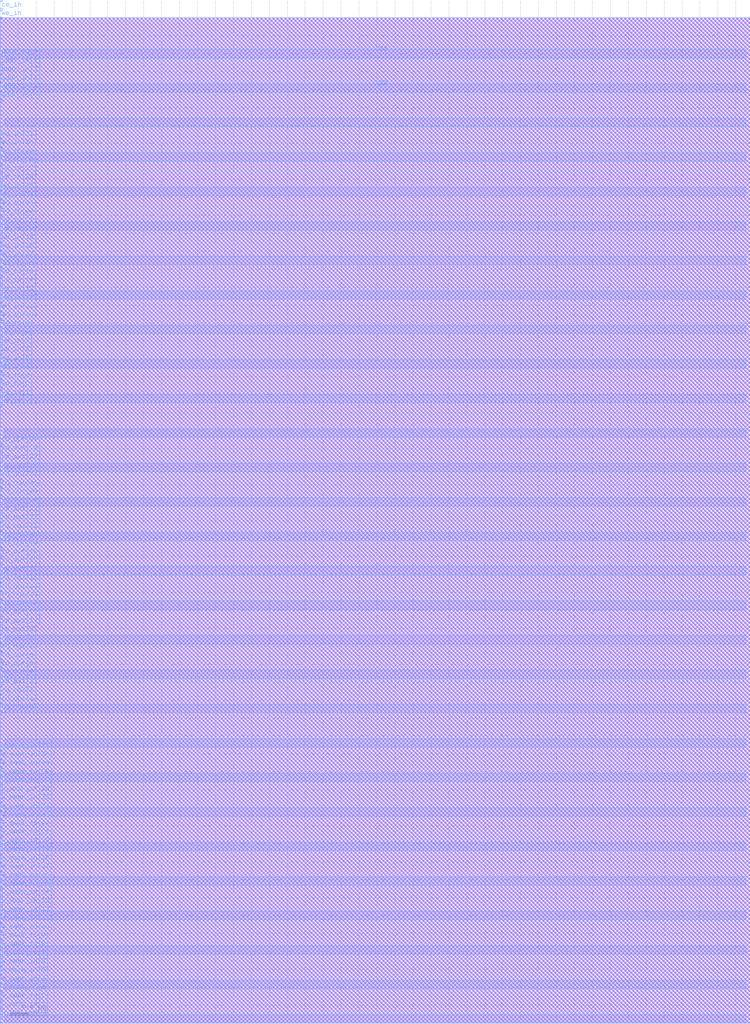
<source format=lef>
# Generated by FakeRAM 2.0
VERSION 5.7 ;
BUSBITCHARS "[]" ;
PROPERTYDEFINITIONS
  MACRO width INTEGER ;
  MACRO depth INTEGER ;
  MACRO banks INTEGER ;
END PROPERTYDEFINITIONS
MACRO fakeram7_64x32
  PROPERTY width 32 ;
  PROPERTY depth 64 ;
  PROPERTY banks 2 ;
  FOREIGN fakeram7_64x32 0 0 ;
  SYMMETRY X Y R90 ;
  SIZE 8.360 BY 11.200 ;
  CLASS BLOCK ;
  PIN w_mask_in[0]
    DIRECTION INPUT ;
    USE SIGNAL ;
    SHAPE ABUTMENT ;
    PORT
      LAYER M4 ;
      RECT 0.000 0.048 0.024 0.072 ;
    END
  END w_mask_in[0]
  PIN w_mask_in[1]
    DIRECTION INPUT ;
    USE SIGNAL ;
    SHAPE ABUTMENT ;
    PORT
      LAYER M4 ;
      RECT 0.000 0.144 0.024 0.168 ;
    END
  END w_mask_in[1]
  PIN w_mask_in[2]
    DIRECTION INPUT ;
    USE SIGNAL ;
    SHAPE ABUTMENT ;
    PORT
      LAYER M4 ;
      RECT 0.000 0.240 0.024 0.264 ;
    END
  END w_mask_in[2]
  PIN w_mask_in[3]
    DIRECTION INPUT ;
    USE SIGNAL ;
    SHAPE ABUTMENT ;
    PORT
      LAYER M4 ;
      RECT 0.000 0.336 0.024 0.360 ;
    END
  END w_mask_in[3]
  PIN w_mask_in[4]
    DIRECTION INPUT ;
    USE SIGNAL ;
    SHAPE ABUTMENT ;
    PORT
      LAYER M4 ;
      RECT 0.000 0.432 0.024 0.456 ;
    END
  END w_mask_in[4]
  PIN w_mask_in[5]
    DIRECTION INPUT ;
    USE SIGNAL ;
    SHAPE ABUTMENT ;
    PORT
      LAYER M4 ;
      RECT 0.000 0.528 0.024 0.552 ;
    END
  END w_mask_in[5]
  PIN w_mask_in[6]
    DIRECTION INPUT ;
    USE SIGNAL ;
    SHAPE ABUTMENT ;
    PORT
      LAYER M4 ;
      RECT 0.000 0.624 0.024 0.648 ;
    END
  END w_mask_in[6]
  PIN w_mask_in[7]
    DIRECTION INPUT ;
    USE SIGNAL ;
    SHAPE ABUTMENT ;
    PORT
      LAYER M4 ;
      RECT 0.000 0.720 0.024 0.744 ;
    END
  END w_mask_in[7]
  PIN w_mask_in[8]
    DIRECTION INPUT ;
    USE SIGNAL ;
    SHAPE ABUTMENT ;
    PORT
      LAYER M4 ;
      RECT 0.000 0.816 0.024 0.840 ;
    END
  END w_mask_in[8]
  PIN w_mask_in[9]
    DIRECTION INPUT ;
    USE SIGNAL ;
    SHAPE ABUTMENT ;
    PORT
      LAYER M4 ;
      RECT 0.000 0.912 0.024 0.936 ;
    END
  END w_mask_in[9]
  PIN w_mask_in[10]
    DIRECTION INPUT ;
    USE SIGNAL ;
    SHAPE ABUTMENT ;
    PORT
      LAYER M4 ;
      RECT 0.000 1.008 0.024 1.032 ;
    END
  END w_mask_in[10]
  PIN w_mask_in[11]
    DIRECTION INPUT ;
    USE SIGNAL ;
    SHAPE ABUTMENT ;
    PORT
      LAYER M4 ;
      RECT 0.000 1.104 0.024 1.128 ;
    END
  END w_mask_in[11]
  PIN w_mask_in[12]
    DIRECTION INPUT ;
    USE SIGNAL ;
    SHAPE ABUTMENT ;
    PORT
      LAYER M4 ;
      RECT 0.000 1.200 0.024 1.224 ;
    END
  END w_mask_in[12]
  PIN w_mask_in[13]
    DIRECTION INPUT ;
    USE SIGNAL ;
    SHAPE ABUTMENT ;
    PORT
      LAYER M4 ;
      RECT 0.000 1.296 0.024 1.320 ;
    END
  END w_mask_in[13]
  PIN w_mask_in[14]
    DIRECTION INPUT ;
    USE SIGNAL ;
    SHAPE ABUTMENT ;
    PORT
      LAYER M4 ;
      RECT 0.000 1.392 0.024 1.416 ;
    END
  END w_mask_in[14]
  PIN w_mask_in[15]
    DIRECTION INPUT ;
    USE SIGNAL ;
    SHAPE ABUTMENT ;
    PORT
      LAYER M4 ;
      RECT 0.000 1.488 0.024 1.512 ;
    END
  END w_mask_in[15]
  PIN w_mask_in[16]
    DIRECTION INPUT ;
    USE SIGNAL ;
    SHAPE ABUTMENT ;
    PORT
      LAYER M4 ;
      RECT 0.000 1.584 0.024 1.608 ;
    END
  END w_mask_in[16]
  PIN w_mask_in[17]
    DIRECTION INPUT ;
    USE SIGNAL ;
    SHAPE ABUTMENT ;
    PORT
      LAYER M4 ;
      RECT 0.000 1.680 0.024 1.704 ;
    END
  END w_mask_in[17]
  PIN w_mask_in[18]
    DIRECTION INPUT ;
    USE SIGNAL ;
    SHAPE ABUTMENT ;
    PORT
      LAYER M4 ;
      RECT 0.000 1.776 0.024 1.800 ;
    END
  END w_mask_in[18]
  PIN w_mask_in[19]
    DIRECTION INPUT ;
    USE SIGNAL ;
    SHAPE ABUTMENT ;
    PORT
      LAYER M4 ;
      RECT 0.000 1.872 0.024 1.896 ;
    END
  END w_mask_in[19]
  PIN w_mask_in[20]
    DIRECTION INPUT ;
    USE SIGNAL ;
    SHAPE ABUTMENT ;
    PORT
      LAYER M4 ;
      RECT 0.000 1.968 0.024 1.992 ;
    END
  END w_mask_in[20]
  PIN w_mask_in[21]
    DIRECTION INPUT ;
    USE SIGNAL ;
    SHAPE ABUTMENT ;
    PORT
      LAYER M4 ;
      RECT 0.000 2.064 0.024 2.088 ;
    END
  END w_mask_in[21]
  PIN w_mask_in[22]
    DIRECTION INPUT ;
    USE SIGNAL ;
    SHAPE ABUTMENT ;
    PORT
      LAYER M4 ;
      RECT 0.000 2.160 0.024 2.184 ;
    END
  END w_mask_in[22]
  PIN w_mask_in[23]
    DIRECTION INPUT ;
    USE SIGNAL ;
    SHAPE ABUTMENT ;
    PORT
      LAYER M4 ;
      RECT 0.000 2.256 0.024 2.280 ;
    END
  END w_mask_in[23]
  PIN w_mask_in[24]
    DIRECTION INPUT ;
    USE SIGNAL ;
    SHAPE ABUTMENT ;
    PORT
      LAYER M4 ;
      RECT 0.000 2.352 0.024 2.376 ;
    END
  END w_mask_in[24]
  PIN w_mask_in[25]
    DIRECTION INPUT ;
    USE SIGNAL ;
    SHAPE ABUTMENT ;
    PORT
      LAYER M4 ;
      RECT 0.000 2.448 0.024 2.472 ;
    END
  END w_mask_in[25]
  PIN w_mask_in[26]
    DIRECTION INPUT ;
    USE SIGNAL ;
    SHAPE ABUTMENT ;
    PORT
      LAYER M4 ;
      RECT 0.000 2.544 0.024 2.568 ;
    END
  END w_mask_in[26]
  PIN w_mask_in[27]
    DIRECTION INPUT ;
    USE SIGNAL ;
    SHAPE ABUTMENT ;
    PORT
      LAYER M4 ;
      RECT 0.000 2.640 0.024 2.664 ;
    END
  END w_mask_in[27]
  PIN w_mask_in[28]
    DIRECTION INPUT ;
    USE SIGNAL ;
    SHAPE ABUTMENT ;
    PORT
      LAYER M4 ;
      RECT 0.000 2.736 0.024 2.760 ;
    END
  END w_mask_in[28]
  PIN w_mask_in[29]
    DIRECTION INPUT ;
    USE SIGNAL ;
    SHAPE ABUTMENT ;
    PORT
      LAYER M4 ;
      RECT 0.000 2.832 0.024 2.856 ;
    END
  END w_mask_in[29]
  PIN w_mask_in[30]
    DIRECTION INPUT ;
    USE SIGNAL ;
    SHAPE ABUTMENT ;
    PORT
      LAYER M4 ;
      RECT 0.000 2.928 0.024 2.952 ;
    END
  END w_mask_in[30]
  PIN w_mask_in[31]
    DIRECTION INPUT ;
    USE SIGNAL ;
    SHAPE ABUTMENT ;
    PORT
      LAYER M4 ;
      RECT 0.000 3.024 0.024 3.048 ;
    END
  END w_mask_in[31]
  PIN rd_out[0]
    DIRECTION OUTPUT ;
    USE SIGNAL ;
    SHAPE ABUTMENT ;
    PORT
      LAYER M4 ;
      RECT 0.000 3.456 0.024 3.480 ;
    END
  END rd_out[0]
  PIN rd_out[1]
    DIRECTION OUTPUT ;
    USE SIGNAL ;
    SHAPE ABUTMENT ;
    PORT
      LAYER M4 ;
      RECT 0.000 3.552 0.024 3.576 ;
    END
  END rd_out[1]
  PIN rd_out[2]
    DIRECTION OUTPUT ;
    USE SIGNAL ;
    SHAPE ABUTMENT ;
    PORT
      LAYER M4 ;
      RECT 0.000 3.648 0.024 3.672 ;
    END
  END rd_out[2]
  PIN rd_out[3]
    DIRECTION OUTPUT ;
    USE SIGNAL ;
    SHAPE ABUTMENT ;
    PORT
      LAYER M4 ;
      RECT 0.000 3.744 0.024 3.768 ;
    END
  END rd_out[3]
  PIN rd_out[4]
    DIRECTION OUTPUT ;
    USE SIGNAL ;
    SHAPE ABUTMENT ;
    PORT
      LAYER M4 ;
      RECT 0.000 3.840 0.024 3.864 ;
    END
  END rd_out[4]
  PIN rd_out[5]
    DIRECTION OUTPUT ;
    USE SIGNAL ;
    SHAPE ABUTMENT ;
    PORT
      LAYER M4 ;
      RECT 0.000 3.936 0.024 3.960 ;
    END
  END rd_out[5]
  PIN rd_out[6]
    DIRECTION OUTPUT ;
    USE SIGNAL ;
    SHAPE ABUTMENT ;
    PORT
      LAYER M4 ;
      RECT 0.000 4.032 0.024 4.056 ;
    END
  END rd_out[6]
  PIN rd_out[7]
    DIRECTION OUTPUT ;
    USE SIGNAL ;
    SHAPE ABUTMENT ;
    PORT
      LAYER M4 ;
      RECT 0.000 4.128 0.024 4.152 ;
    END
  END rd_out[7]
  PIN rd_out[8]
    DIRECTION OUTPUT ;
    USE SIGNAL ;
    SHAPE ABUTMENT ;
    PORT
      LAYER M4 ;
      RECT 0.000 4.224 0.024 4.248 ;
    END
  END rd_out[8]
  PIN rd_out[9]
    DIRECTION OUTPUT ;
    USE SIGNAL ;
    SHAPE ABUTMENT ;
    PORT
      LAYER M4 ;
      RECT 0.000 4.320 0.024 4.344 ;
    END
  END rd_out[9]
  PIN rd_out[10]
    DIRECTION OUTPUT ;
    USE SIGNAL ;
    SHAPE ABUTMENT ;
    PORT
      LAYER M4 ;
      RECT 0.000 4.416 0.024 4.440 ;
    END
  END rd_out[10]
  PIN rd_out[11]
    DIRECTION OUTPUT ;
    USE SIGNAL ;
    SHAPE ABUTMENT ;
    PORT
      LAYER M4 ;
      RECT 0.000 4.512 0.024 4.536 ;
    END
  END rd_out[11]
  PIN rd_out[12]
    DIRECTION OUTPUT ;
    USE SIGNAL ;
    SHAPE ABUTMENT ;
    PORT
      LAYER M4 ;
      RECT 0.000 4.608 0.024 4.632 ;
    END
  END rd_out[12]
  PIN rd_out[13]
    DIRECTION OUTPUT ;
    USE SIGNAL ;
    SHAPE ABUTMENT ;
    PORT
      LAYER M4 ;
      RECT 0.000 4.704 0.024 4.728 ;
    END
  END rd_out[13]
  PIN rd_out[14]
    DIRECTION OUTPUT ;
    USE SIGNAL ;
    SHAPE ABUTMENT ;
    PORT
      LAYER M4 ;
      RECT 0.000 4.800 0.024 4.824 ;
    END
  END rd_out[14]
  PIN rd_out[15]
    DIRECTION OUTPUT ;
    USE SIGNAL ;
    SHAPE ABUTMENT ;
    PORT
      LAYER M4 ;
      RECT 0.000 4.896 0.024 4.920 ;
    END
  END rd_out[15]
  PIN rd_out[16]
    DIRECTION OUTPUT ;
    USE SIGNAL ;
    SHAPE ABUTMENT ;
    PORT
      LAYER M4 ;
      RECT 0.000 4.992 0.024 5.016 ;
    END
  END rd_out[16]
  PIN rd_out[17]
    DIRECTION OUTPUT ;
    USE SIGNAL ;
    SHAPE ABUTMENT ;
    PORT
      LAYER M4 ;
      RECT 0.000 5.088 0.024 5.112 ;
    END
  END rd_out[17]
  PIN rd_out[18]
    DIRECTION OUTPUT ;
    USE SIGNAL ;
    SHAPE ABUTMENT ;
    PORT
      LAYER M4 ;
      RECT 0.000 5.184 0.024 5.208 ;
    END
  END rd_out[18]
  PIN rd_out[19]
    DIRECTION OUTPUT ;
    USE SIGNAL ;
    SHAPE ABUTMENT ;
    PORT
      LAYER M4 ;
      RECT 0.000 5.280 0.024 5.304 ;
    END
  END rd_out[19]
  PIN rd_out[20]
    DIRECTION OUTPUT ;
    USE SIGNAL ;
    SHAPE ABUTMENT ;
    PORT
      LAYER M4 ;
      RECT 0.000 5.376 0.024 5.400 ;
    END
  END rd_out[20]
  PIN rd_out[21]
    DIRECTION OUTPUT ;
    USE SIGNAL ;
    SHAPE ABUTMENT ;
    PORT
      LAYER M4 ;
      RECT 0.000 5.472 0.024 5.496 ;
    END
  END rd_out[21]
  PIN rd_out[22]
    DIRECTION OUTPUT ;
    USE SIGNAL ;
    SHAPE ABUTMENT ;
    PORT
      LAYER M4 ;
      RECT 0.000 5.568 0.024 5.592 ;
    END
  END rd_out[22]
  PIN rd_out[23]
    DIRECTION OUTPUT ;
    USE SIGNAL ;
    SHAPE ABUTMENT ;
    PORT
      LAYER M4 ;
      RECT 0.000 5.664 0.024 5.688 ;
    END
  END rd_out[23]
  PIN rd_out[24]
    DIRECTION OUTPUT ;
    USE SIGNAL ;
    SHAPE ABUTMENT ;
    PORT
      LAYER M4 ;
      RECT 0.000 5.760 0.024 5.784 ;
    END
  END rd_out[24]
  PIN rd_out[25]
    DIRECTION OUTPUT ;
    USE SIGNAL ;
    SHAPE ABUTMENT ;
    PORT
      LAYER M4 ;
      RECT 0.000 5.856 0.024 5.880 ;
    END
  END rd_out[25]
  PIN rd_out[26]
    DIRECTION OUTPUT ;
    USE SIGNAL ;
    SHAPE ABUTMENT ;
    PORT
      LAYER M4 ;
      RECT 0.000 5.952 0.024 5.976 ;
    END
  END rd_out[26]
  PIN rd_out[27]
    DIRECTION OUTPUT ;
    USE SIGNAL ;
    SHAPE ABUTMENT ;
    PORT
      LAYER M4 ;
      RECT 0.000 6.048 0.024 6.072 ;
    END
  END rd_out[27]
  PIN rd_out[28]
    DIRECTION OUTPUT ;
    USE SIGNAL ;
    SHAPE ABUTMENT ;
    PORT
      LAYER M4 ;
      RECT 0.000 6.144 0.024 6.168 ;
    END
  END rd_out[28]
  PIN rd_out[29]
    DIRECTION OUTPUT ;
    USE SIGNAL ;
    SHAPE ABUTMENT ;
    PORT
      LAYER M4 ;
      RECT 0.000 6.240 0.024 6.264 ;
    END
  END rd_out[29]
  PIN rd_out[30]
    DIRECTION OUTPUT ;
    USE SIGNAL ;
    SHAPE ABUTMENT ;
    PORT
      LAYER M4 ;
      RECT 0.000 6.336 0.024 6.360 ;
    END
  END rd_out[30]
  PIN rd_out[31]
    DIRECTION OUTPUT ;
    USE SIGNAL ;
    SHAPE ABUTMENT ;
    PORT
      LAYER M4 ;
      RECT 0.000 6.432 0.024 6.456 ;
    END
  END rd_out[31]
  PIN wd_in[0]
    DIRECTION INPUT ;
    USE SIGNAL ;
    SHAPE ABUTMENT ;
    PORT
      LAYER M4 ;
      RECT 0.000 6.864 0.024 6.888 ;
    END
  END wd_in[0]
  PIN wd_in[1]
    DIRECTION INPUT ;
    USE SIGNAL ;
    SHAPE ABUTMENT ;
    PORT
      LAYER M4 ;
      RECT 0.000 6.960 0.024 6.984 ;
    END
  END wd_in[1]
  PIN wd_in[2]
    DIRECTION INPUT ;
    USE SIGNAL ;
    SHAPE ABUTMENT ;
    PORT
      LAYER M4 ;
      RECT 0.000 7.056 0.024 7.080 ;
    END
  END wd_in[2]
  PIN wd_in[3]
    DIRECTION INPUT ;
    USE SIGNAL ;
    SHAPE ABUTMENT ;
    PORT
      LAYER M4 ;
      RECT 0.000 7.152 0.024 7.176 ;
    END
  END wd_in[3]
  PIN wd_in[4]
    DIRECTION INPUT ;
    USE SIGNAL ;
    SHAPE ABUTMENT ;
    PORT
      LAYER M4 ;
      RECT 0.000 7.248 0.024 7.272 ;
    END
  END wd_in[4]
  PIN wd_in[5]
    DIRECTION INPUT ;
    USE SIGNAL ;
    SHAPE ABUTMENT ;
    PORT
      LAYER M4 ;
      RECT 0.000 7.344 0.024 7.368 ;
    END
  END wd_in[5]
  PIN wd_in[6]
    DIRECTION INPUT ;
    USE SIGNAL ;
    SHAPE ABUTMENT ;
    PORT
      LAYER M4 ;
      RECT 0.000 7.440 0.024 7.464 ;
    END
  END wd_in[6]
  PIN wd_in[7]
    DIRECTION INPUT ;
    USE SIGNAL ;
    SHAPE ABUTMENT ;
    PORT
      LAYER M4 ;
      RECT 0.000 7.536 0.024 7.560 ;
    END
  END wd_in[7]
  PIN wd_in[8]
    DIRECTION INPUT ;
    USE SIGNAL ;
    SHAPE ABUTMENT ;
    PORT
      LAYER M4 ;
      RECT 0.000 7.632 0.024 7.656 ;
    END
  END wd_in[8]
  PIN wd_in[9]
    DIRECTION INPUT ;
    USE SIGNAL ;
    SHAPE ABUTMENT ;
    PORT
      LAYER M4 ;
      RECT 0.000 7.728 0.024 7.752 ;
    END
  END wd_in[9]
  PIN wd_in[10]
    DIRECTION INPUT ;
    USE SIGNAL ;
    SHAPE ABUTMENT ;
    PORT
      LAYER M4 ;
      RECT 0.000 7.824 0.024 7.848 ;
    END
  END wd_in[10]
  PIN wd_in[11]
    DIRECTION INPUT ;
    USE SIGNAL ;
    SHAPE ABUTMENT ;
    PORT
      LAYER M4 ;
      RECT 0.000 7.920 0.024 7.944 ;
    END
  END wd_in[11]
  PIN wd_in[12]
    DIRECTION INPUT ;
    USE SIGNAL ;
    SHAPE ABUTMENT ;
    PORT
      LAYER M4 ;
      RECT 0.000 8.016 0.024 8.040 ;
    END
  END wd_in[12]
  PIN wd_in[13]
    DIRECTION INPUT ;
    USE SIGNAL ;
    SHAPE ABUTMENT ;
    PORT
      LAYER M4 ;
      RECT 0.000 8.112 0.024 8.136 ;
    END
  END wd_in[13]
  PIN wd_in[14]
    DIRECTION INPUT ;
    USE SIGNAL ;
    SHAPE ABUTMENT ;
    PORT
      LAYER M4 ;
      RECT 0.000 8.208 0.024 8.232 ;
    END
  END wd_in[14]
  PIN wd_in[15]
    DIRECTION INPUT ;
    USE SIGNAL ;
    SHAPE ABUTMENT ;
    PORT
      LAYER M4 ;
      RECT 0.000 8.304 0.024 8.328 ;
    END
  END wd_in[15]
  PIN wd_in[16]
    DIRECTION INPUT ;
    USE SIGNAL ;
    SHAPE ABUTMENT ;
    PORT
      LAYER M4 ;
      RECT 0.000 8.400 0.024 8.424 ;
    END
  END wd_in[16]
  PIN wd_in[17]
    DIRECTION INPUT ;
    USE SIGNAL ;
    SHAPE ABUTMENT ;
    PORT
      LAYER M4 ;
      RECT 0.000 8.496 0.024 8.520 ;
    END
  END wd_in[17]
  PIN wd_in[18]
    DIRECTION INPUT ;
    USE SIGNAL ;
    SHAPE ABUTMENT ;
    PORT
      LAYER M4 ;
      RECT 0.000 8.592 0.024 8.616 ;
    END
  END wd_in[18]
  PIN wd_in[19]
    DIRECTION INPUT ;
    USE SIGNAL ;
    SHAPE ABUTMENT ;
    PORT
      LAYER M4 ;
      RECT 0.000 8.688 0.024 8.712 ;
    END
  END wd_in[19]
  PIN wd_in[20]
    DIRECTION INPUT ;
    USE SIGNAL ;
    SHAPE ABUTMENT ;
    PORT
      LAYER M4 ;
      RECT 0.000 8.784 0.024 8.808 ;
    END
  END wd_in[20]
  PIN wd_in[21]
    DIRECTION INPUT ;
    USE SIGNAL ;
    SHAPE ABUTMENT ;
    PORT
      LAYER M4 ;
      RECT 0.000 8.880 0.024 8.904 ;
    END
  END wd_in[21]
  PIN wd_in[22]
    DIRECTION INPUT ;
    USE SIGNAL ;
    SHAPE ABUTMENT ;
    PORT
      LAYER M4 ;
      RECT 0.000 8.976 0.024 9.000 ;
    END
  END wd_in[22]
  PIN wd_in[23]
    DIRECTION INPUT ;
    USE SIGNAL ;
    SHAPE ABUTMENT ;
    PORT
      LAYER M4 ;
      RECT 0.000 9.072 0.024 9.096 ;
    END
  END wd_in[23]
  PIN wd_in[24]
    DIRECTION INPUT ;
    USE SIGNAL ;
    SHAPE ABUTMENT ;
    PORT
      LAYER M4 ;
      RECT 0.000 9.168 0.024 9.192 ;
    END
  END wd_in[24]
  PIN wd_in[25]
    DIRECTION INPUT ;
    USE SIGNAL ;
    SHAPE ABUTMENT ;
    PORT
      LAYER M4 ;
      RECT 0.000 9.264 0.024 9.288 ;
    END
  END wd_in[25]
  PIN wd_in[26]
    DIRECTION INPUT ;
    USE SIGNAL ;
    SHAPE ABUTMENT ;
    PORT
      LAYER M4 ;
      RECT 0.000 9.360 0.024 9.384 ;
    END
  END wd_in[26]
  PIN wd_in[27]
    DIRECTION INPUT ;
    USE SIGNAL ;
    SHAPE ABUTMENT ;
    PORT
      LAYER M4 ;
      RECT 0.000 9.456 0.024 9.480 ;
    END
  END wd_in[27]
  PIN wd_in[28]
    DIRECTION INPUT ;
    USE SIGNAL ;
    SHAPE ABUTMENT ;
    PORT
      LAYER M4 ;
      RECT 0.000 9.552 0.024 9.576 ;
    END
  END wd_in[28]
  PIN wd_in[29]
    DIRECTION INPUT ;
    USE SIGNAL ;
    SHAPE ABUTMENT ;
    PORT
      LAYER M4 ;
      RECT 0.000 9.648 0.024 9.672 ;
    END
  END wd_in[29]
  PIN wd_in[30]
    DIRECTION INPUT ;
    USE SIGNAL ;
    SHAPE ABUTMENT ;
    PORT
      LAYER M4 ;
      RECT 0.000 9.744 0.024 9.768 ;
    END
  END wd_in[30]
  PIN wd_in[31]
    DIRECTION INPUT ;
    USE SIGNAL ;
    SHAPE ABUTMENT ;
    PORT
      LAYER M4 ;
      RECT 0.000 9.840 0.024 9.864 ;
    END
  END wd_in[31]
  PIN addr_in[0]
    DIRECTION INPUT ;
    USE SIGNAL ;
    SHAPE ABUTMENT ;
    PORT
      LAYER M4 ;
      RECT 0.000 10.272 0.024 10.296 ;
    END
  END addr_in[0]
  PIN addr_in[1]
    DIRECTION INPUT ;
    USE SIGNAL ;
    SHAPE ABUTMENT ;
    PORT
      LAYER M4 ;
      RECT 0.000 10.368 0.024 10.392 ;
    END
  END addr_in[1]
  PIN addr_in[2]
    DIRECTION INPUT ;
    USE SIGNAL ;
    SHAPE ABUTMENT ;
    PORT
      LAYER M4 ;
      RECT 0.000 10.464 0.024 10.488 ;
    END
  END addr_in[2]
  PIN addr_in[3]
    DIRECTION INPUT ;
    USE SIGNAL ;
    SHAPE ABUTMENT ;
    PORT
      LAYER M4 ;
      RECT 0.000 10.560 0.024 10.584 ;
    END
  END addr_in[3]
  PIN addr_in[4]
    DIRECTION INPUT ;
    USE SIGNAL ;
    SHAPE ABUTMENT ;
    PORT
      LAYER M4 ;
      RECT 0.000 10.656 0.024 10.680 ;
    END
  END addr_in[4]
  PIN addr_in[5]
    DIRECTION INPUT ;
    USE SIGNAL ;
    SHAPE ABUTMENT ;
    PORT
      LAYER M4 ;
      RECT 0.000 10.752 0.024 10.776 ;
    END
  END addr_in[5]
  PIN we_in
    DIRECTION INPUT ;
    USE SIGNAL ;
    SHAPE ABUTMENT ;
    PORT
      LAYER M4 ;
      RECT 0.000 11.184 0.024 11.208 ;
    END
  END we_in
  PIN ce_in
    DIRECTION INPUT ;
    USE SIGNAL ;
    SHAPE ABUTMENT ;
    PORT
      LAYER M4 ;
      RECT 0.000 11.280 0.024 11.304 ;
    END
  END ce_in
  PIN clk
    DIRECTION INPUT ;
    USE SIGNAL ;
    SHAPE ABUTMENT ;
    PORT
      LAYER M4 ;
      RECT 0.000 11.376 0.024 11.400 ;
    END
  END clk
  PIN VSS
    DIRECTION INOUT ;
    USE GROUND ;
    PORT
      LAYER M4 ;
      RECT 0.048 0.000 8.312 0.096 ;
      RECT 0.048 0.768 8.312 0.864 ;
      RECT 0.048 1.536 8.312 1.632 ;
      RECT 0.048 2.304 8.312 2.400 ;
      RECT 0.048 3.072 8.312 3.168 ;
      RECT 0.048 3.840 8.312 3.936 ;
      RECT 0.048 4.608 8.312 4.704 ;
      RECT 0.048 5.376 8.312 5.472 ;
      RECT 0.048 6.144 8.312 6.240 ;
      RECT 0.048 6.912 8.312 7.008 ;
      RECT 0.048 7.680 8.312 7.776 ;
      RECT 0.048 8.448 8.312 8.544 ;
      RECT 0.048 9.216 8.312 9.312 ;
      RECT 0.048 9.984 8.312 10.080 ;
      RECT 0.048 10.752 8.312 10.848 ;
    END
  END VSS
  PIN VDD
    DIRECTION INOUT ;
    USE POWER ;
    PORT
      LAYER M4 ;
      RECT 0.048 0.384 8.312 0.480 ;
      RECT 0.048 1.152 8.312 1.248 ;
      RECT 0.048 1.920 8.312 2.016 ;
      RECT 0.048 2.688 8.312 2.784 ;
      RECT 0.048 3.456 8.312 3.552 ;
      RECT 0.048 4.224 8.312 4.320 ;
      RECT 0.048 4.992 8.312 5.088 ;
      RECT 0.048 5.760 8.312 5.856 ;
      RECT 0.048 6.528 8.312 6.624 ;
      RECT 0.048 7.296 8.312 7.392 ;
      RECT 0.048 8.064 8.312 8.160 ;
      RECT 0.048 8.832 8.312 8.928 ;
      RECT 0.048 9.600 8.312 9.696 ;
      RECT 0.048 10.368 8.312 10.464 ;
    END
  END VDD
  OBS
    LAYER M1 ;
    RECT 0 0 8.360 11.200 ;
    LAYER M2 ;
    RECT 0 0 8.360 11.200 ;
    LAYER M3 ;
    RECT 0 0 8.360 11.200 ;
    LAYER M4 ;
    RECT 0 0 8.360 11.200 ;
  END
END fakeram7_64x32

END LIBRARY

</source>
